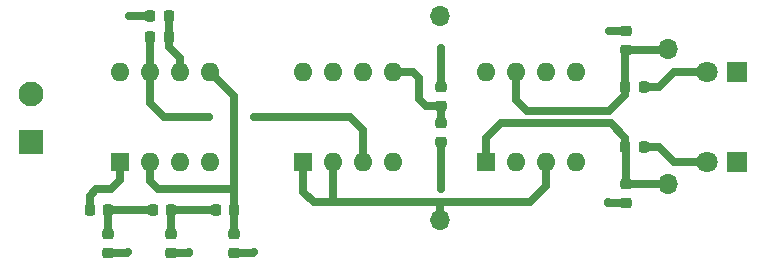
<source format=gbr>
%TF.GenerationSoftware,KiCad,Pcbnew,8.0.1-rc1*%
%TF.CreationDate,2024-07-22T16:01:23-05:00*%
%TF.ProjectId,Waveform_Blinky,57617665-666f-4726-9d5f-426c696e6b79,1.0*%
%TF.SameCoordinates,Original*%
%TF.FileFunction,Copper,L1,Top*%
%TF.FilePolarity,Positive*%
%FSLAX46Y46*%
G04 Gerber Fmt 4.6, Leading zero omitted, Abs format (unit mm)*
G04 Created by KiCad (PCBNEW 8.0.1-rc1) date 2024-07-22 16:01:23*
%MOMM*%
%LPD*%
G01*
G04 APERTURE LIST*
G04 Aperture macros list*
%AMRoundRect*
0 Rectangle with rounded corners*
0 $1 Rounding radius*
0 $2 $3 $4 $5 $6 $7 $8 $9 X,Y pos of 4 corners*
0 Add a 4 corners polygon primitive as box body*
4,1,4,$2,$3,$4,$5,$6,$7,$8,$9,$2,$3,0*
0 Add four circle primitives for the rounded corners*
1,1,$1+$1,$2,$3*
1,1,$1+$1,$4,$5*
1,1,$1+$1,$6,$7*
1,1,$1+$1,$8,$9*
0 Add four rect primitives between the rounded corners*
20,1,$1+$1,$2,$3,$4,$5,0*
20,1,$1+$1,$4,$5,$6,$7,0*
20,1,$1+$1,$6,$7,$8,$9,0*
20,1,$1+$1,$8,$9,$2,$3,0*%
G04 Aperture macros list end*
%TA.AperFunction,SMDPad,CuDef*%
%ADD10RoundRect,0.218750X0.256250X-0.218750X0.256250X0.218750X-0.256250X0.218750X-0.256250X-0.218750X0*%
%TD*%
%TA.AperFunction,SMDPad,CuDef*%
%ADD11RoundRect,0.218750X-0.218750X-0.256250X0.218750X-0.256250X0.218750X0.256250X-0.218750X0.256250X0*%
%TD*%
%TA.AperFunction,ComponentPad*%
%ADD12RoundRect,0.249900X-0.800100X0.800100X-0.800100X-0.800100X0.800100X-0.800100X0.800100X0.800100X0*%
%TD*%
%TA.AperFunction,ComponentPad*%
%ADD13C,2.100000*%
%TD*%
%TA.AperFunction,ComponentPad*%
%ADD14O,1.700000X1.700000*%
%TD*%
%TA.AperFunction,SMDPad,CuDef*%
%ADD15RoundRect,0.218750X-0.256250X0.218750X-0.256250X-0.218750X0.256250X-0.218750X0.256250X0.218750X0*%
%TD*%
%TA.AperFunction,ComponentPad*%
%ADD16R,1.600000X1.600000*%
%TD*%
%TA.AperFunction,ComponentPad*%
%ADD17O,1.600000X1.600000*%
%TD*%
%TA.AperFunction,SMDPad,CuDef*%
%ADD18RoundRect,0.218750X0.218750X0.256250X-0.218750X0.256250X-0.218750X-0.256250X0.218750X-0.256250X0*%
%TD*%
%TA.AperFunction,ComponentPad*%
%ADD19R,1.800000X1.800000*%
%TD*%
%TA.AperFunction,ComponentPad*%
%ADD20C,1.800000*%
%TD*%
%TA.AperFunction,ViaPad*%
%ADD21C,0.508000*%
%TD*%
%TA.AperFunction,Conductor*%
%ADD22C,0.635000*%
%TD*%
G04 APERTURE END LIST*
D10*
%TO.P,R7,1*%
%TO.N,-4.5V*%
X143510000Y-101168250D03*
%TO.P,R7,2*%
%TO.N,Net-(U2B-+)*%
X143510000Y-99593250D03*
%TD*%
D11*
%TO.P,R8,1*%
%TO.N,Net-(R10-Pad1)*%
X159105500Y-101600000D03*
%TO.P,R8,2*%
%TO.N,Net-(D2-A)*%
X160680500Y-101600000D03*
%TD*%
D12*
%TO.P,J1,1,Pin_1*%
%TO.N,-4.5V*%
X108748000Y-101183000D03*
D13*
%TO.P,J1,2,Pin_2*%
%TO.N,+4.5V*%
X108748000Y-97147000D03*
%TD*%
D14*
%TO.P,TP3,1,1*%
%TO.N,Net-(U2A--)*%
X143383000Y-107823000D03*
%TD*%
D11*
%TO.P,R1,1*%
%TO.N,Net-(R1-Pad1)*%
X113741000Y-106934000D03*
%TO.P,R1,2*%
%TO.N,Net-(C1-Pad1)*%
X115316000Y-106934000D03*
%TD*%
D15*
%TO.P,C2,1*%
%TO.N,Net-(C2-Pad1)*%
X120650000Y-108966000D03*
%TO.P,C2,2*%
%TO.N,GND*%
X120650000Y-110541000D03*
%TD*%
D11*
%TO.P,R9,1*%
%TO.N,Net-(R11-Pad1)*%
X159105500Y-96520000D03*
%TO.P,R9,2*%
%TO.N,Net-(D1-A)*%
X160680500Y-96520000D03*
%TD*%
D15*
%TO.P,C3,1*%
%TO.N,Net-(U1A--)*%
X125984000Y-108966000D03*
%TO.P,C3,2*%
%TO.N,GND*%
X125984000Y-110541000D03*
%TD*%
%TO.P,C1,1*%
%TO.N,Net-(C1-Pad1)*%
X115316000Y-108966000D03*
%TO.P,C1,2*%
%TO.N,GND*%
X115316000Y-110541000D03*
%TD*%
D10*
%TO.P,R11,1*%
%TO.N,Net-(R11-Pad1)*%
X159131000Y-93370500D03*
%TO.P,R11,2*%
%TO.N,GND*%
X159131000Y-91795500D03*
%TD*%
D11*
%TO.P,R4,1*%
%TO.N,GND*%
X118872000Y-90551000D03*
%TO.P,R4,2*%
%TO.N,Net-(U1B--)*%
X120447000Y-90551000D03*
%TD*%
D15*
%TO.P,R10,1*%
%TO.N,Net-(R10-Pad1)*%
X159131000Y-104749500D03*
%TO.P,R10,2*%
%TO.N,GND*%
X159131000Y-106324500D03*
%TD*%
D16*
%TO.P,U1,1*%
%TO.N,Net-(R1-Pad1)*%
X116332000Y-102870000D03*
D17*
%TO.P,U1,2,-*%
%TO.N,Net-(U1A--)*%
X118872000Y-102870000D03*
%TO.P,U1,3,+*%
%TO.N,GND*%
X121412000Y-102870000D03*
%TO.P,U1,4,V-*%
%TO.N,-4.5V*%
X123952000Y-102870000D03*
%TO.P,U1,5,+*%
%TO.N,Net-(U1A--)*%
X123952000Y-95250000D03*
%TO.P,U1,6,-*%
%TO.N,Net-(U1B--)*%
X121412000Y-95250000D03*
%TO.P,U1,7*%
%TO.N,Net-(U2A-+)*%
X118872000Y-95250000D03*
%TO.P,U1,8,V+*%
%TO.N,+4.5V*%
X116332000Y-95250000D03*
%TD*%
D16*
%TO.P,U2,1*%
%TO.N,Net-(U2A--)*%
X131826000Y-102870000D03*
D17*
%TO.P,U2,2,-*%
X134366000Y-102870000D03*
%TO.P,U2,3,+*%
%TO.N,Net-(U2A-+)*%
X136906000Y-102870000D03*
%TO.P,U2,4,V-*%
%TO.N,-4.5V*%
X139446000Y-102870000D03*
%TO.P,U2,5,+*%
%TO.N,Net-(U2B-+)*%
X139446000Y-95250000D03*
%TO.P,U2,6,-*%
%TO.N,GND*%
X136906000Y-95250000D03*
%TO.P,U2,7*%
X134366000Y-95250000D03*
%TO.P,U2,8,V+*%
%TO.N,+4.5V*%
X131826000Y-95250000D03*
%TD*%
D18*
%TO.P,R5,1*%
%TO.N,Net-(U1B--)*%
X120447000Y-92329000D03*
%TO.P,R5,2*%
%TO.N,Net-(U2A-+)*%
X118872000Y-92329000D03*
%TD*%
D10*
%TO.P,R6,1*%
%TO.N,Net-(U2B-+)*%
X143510000Y-98120250D03*
%TO.P,R6,2*%
%TO.N,+4.5V*%
X143510000Y-96545250D03*
%TD*%
D14*
%TO.P,TP4,1,1*%
%TO.N,Net-(R11-Pad1)*%
X162687000Y-93345000D03*
%TD*%
D19*
%TO.P,D2,1,K*%
%TO.N,GND*%
X168534000Y-102870000D03*
D20*
%TO.P,D2,2,A*%
%TO.N,Net-(D2-A)*%
X165994000Y-102870000D03*
%TD*%
D14*
%TO.P,TP2,1,1*%
%TO.N,GND*%
X143383000Y-90551000D03*
%TD*%
D16*
%TO.P,U3,1*%
%TO.N,Net-(R10-Pad1)*%
X147320000Y-102870000D03*
D17*
%TO.P,U3,2,-*%
%TO.N,GND*%
X149860000Y-102870000D03*
%TO.P,U3,3,+*%
%TO.N,Net-(U2A--)*%
X152400000Y-102870000D03*
%TO.P,U3,4,V-*%
%TO.N,-4.5V*%
X154940000Y-102870000D03*
%TO.P,U3,5,+*%
%TO.N,GND*%
X154940000Y-95250000D03*
%TO.P,U3,6,-*%
%TO.N,Net-(U2A--)*%
X152400000Y-95250000D03*
%TO.P,U3,7*%
%TO.N,Net-(R11-Pad1)*%
X149860000Y-95250000D03*
%TO.P,U3,8,V+*%
%TO.N,+4.5V*%
X147320000Y-95250000D03*
%TD*%
D14*
%TO.P,TP5,1,1*%
%TO.N,Net-(R10-Pad1)*%
X162687000Y-104775000D03*
%TD*%
D19*
%TO.P,D1,1,K*%
%TO.N,GND*%
X168534000Y-95250000D03*
D20*
%TO.P,D1,2,A*%
%TO.N,Net-(D1-A)*%
X165994000Y-95250000D03*
%TD*%
D11*
%TO.P,R3,1*%
%TO.N,Net-(C2-Pad1)*%
X124409000Y-106934000D03*
%TO.P,R3,2*%
%TO.N,Net-(U1A--)*%
X125984000Y-106934000D03*
%TD*%
%TO.P,R2,1*%
%TO.N,Net-(C1-Pad1)*%
X119075000Y-106934000D03*
%TO.P,R2,2*%
%TO.N,Net-(C2-Pad1)*%
X120650000Y-106934000D03*
%TD*%
D21*
%TO.N,GND*%
X157734000Y-91821000D03*
X127635000Y-110490000D03*
X157607000Y-106299000D03*
X122174000Y-110490000D03*
X117094000Y-90551000D03*
X116967000Y-110490000D03*
%TO.N,+4.5V*%
X143510000Y-93218000D03*
%TO.N,-4.5V*%
X143510000Y-105156000D03*
%TO.N,Net-(U2A-+)*%
X127635000Y-99060000D03*
X123825000Y-99060000D03*
%TD*%
D22*
%TO.N,Net-(C1-Pad1)*%
X115316000Y-106934000D02*
X115316000Y-108966000D01*
X119075000Y-106934000D02*
X115316000Y-106934000D01*
%TO.N,GND*%
X120650000Y-110541000D02*
X122123000Y-110541000D01*
X157759500Y-91795500D02*
X157734000Y-91821000D01*
X125984000Y-110541000D02*
X127584000Y-110541000D01*
X127584000Y-110541000D02*
X127635000Y-110490000D01*
X116916000Y-110541000D02*
X116967000Y-110490000D01*
X122123000Y-110541000D02*
X122174000Y-110490000D01*
X118872000Y-90551000D02*
X117094000Y-90551000D01*
X159131000Y-106324500D02*
X157632500Y-106324500D01*
X115316000Y-110541000D02*
X116916000Y-110541000D01*
X159131000Y-91795500D02*
X157759500Y-91795500D01*
X157632500Y-106324500D02*
X157607000Y-106299000D01*
%TO.N,Net-(C2-Pad1)*%
X120650000Y-106934000D02*
X124409000Y-106934000D01*
X120650000Y-106934000D02*
X120650000Y-108966000D01*
%TO.N,Net-(U1A--)*%
X119507000Y-105156000D02*
X125984000Y-105156000D01*
X123952000Y-95250000D02*
X125984000Y-97282000D01*
X125984000Y-97282000D02*
X125984000Y-105791000D01*
X118872000Y-104521000D02*
X119507000Y-105156000D01*
X125984000Y-105791000D02*
X125984000Y-106934000D01*
X118872000Y-102870000D02*
X118872000Y-104521000D01*
X125984000Y-108966000D02*
X125984000Y-106934000D01*
%TO.N,Net-(D1-A)*%
X163195000Y-95250000D02*
X165994000Y-95250000D01*
X161925000Y-96520000D02*
X163195000Y-95250000D01*
X160680500Y-96520000D02*
X161925000Y-96520000D01*
%TO.N,Net-(D2-A)*%
X161925000Y-101600000D02*
X163195000Y-102870000D01*
X163195000Y-102870000D02*
X165994000Y-102870000D01*
X160680500Y-101600000D02*
X161925000Y-101600000D01*
%TO.N,+4.5V*%
X143510000Y-96545250D02*
X143510000Y-93218000D01*
%TO.N,-4.5V*%
X143510000Y-101168250D02*
X143510000Y-105156000D01*
%TO.N,Net-(R1-Pad1)*%
X114300000Y-105156000D02*
X113741000Y-105715000D01*
X113741000Y-105715000D02*
X113741000Y-106934000D01*
X116332000Y-104394000D02*
X115570000Y-105156000D01*
X115570000Y-105156000D02*
X114300000Y-105156000D01*
X116332000Y-102870000D02*
X116332000Y-104394000D01*
%TO.N,Net-(U1B--)*%
X121412000Y-94107000D02*
X121412000Y-95250000D01*
X120447000Y-93142000D02*
X121412000Y-94107000D01*
X120447000Y-92329000D02*
X120447000Y-93142000D01*
X120447000Y-90551000D02*
X120447000Y-92329000D01*
%TO.N,Net-(U2A-+)*%
X136906000Y-102870000D02*
X136906000Y-100203000D01*
X136906000Y-100203000D02*
X135763000Y-99060000D01*
X135763000Y-99060000D02*
X127635000Y-99060000D01*
X118872000Y-95250000D02*
X118872000Y-97917000D01*
X120015000Y-99060000D02*
X123825000Y-99060000D01*
X118872000Y-92329000D02*
X118872000Y-95250000D01*
X118872000Y-97917000D02*
X120015000Y-99060000D01*
%TO.N,Net-(U2B-+)*%
X143510000Y-98983750D02*
X143510000Y-99593250D01*
X141605000Y-95758000D02*
X141097000Y-95250000D01*
X143510000Y-98120250D02*
X143510000Y-98983750D01*
X142189250Y-98120250D02*
X141605000Y-97536000D01*
X141097000Y-95250000D02*
X139446000Y-95250000D01*
X141605000Y-97536000D02*
X141605000Y-95758000D01*
X143510000Y-98120250D02*
X142189250Y-98120250D01*
%TO.N,Net-(R10-Pad1)*%
X147320000Y-102870000D02*
X147320000Y-100838000D01*
X159131000Y-104749500D02*
X162661500Y-104749500D01*
X159131000Y-101625500D02*
X159105500Y-101600000D01*
X157861000Y-99568000D02*
X159105500Y-100812500D01*
X148590000Y-99568000D02*
X157861000Y-99568000D01*
X162661500Y-104749500D02*
X162687000Y-104775000D01*
X159105500Y-100812500D02*
X159105500Y-101600000D01*
X147320000Y-100838000D02*
X148590000Y-99568000D01*
X159131000Y-104749500D02*
X159131000Y-101625500D01*
%TO.N,Net-(R11-Pad1)*%
X149860000Y-97663000D02*
X150749000Y-98552000D01*
X159105500Y-97180500D02*
X159105500Y-96520000D01*
X149860000Y-95250000D02*
X149860000Y-97663000D01*
X159105500Y-93396000D02*
X159131000Y-93370500D01*
X157734000Y-98552000D02*
X159105500Y-97180500D01*
X159131000Y-93370500D02*
X162661500Y-93370500D01*
X159105500Y-96520000D02*
X159105500Y-93396000D01*
X150749000Y-98552000D02*
X157734000Y-98552000D01*
%TO.N,Net-(U2A--)*%
X143383000Y-106299000D02*
X151003000Y-106299000D01*
X131826000Y-102870000D02*
X131826000Y-105410000D01*
X152400000Y-104902000D02*
X152400000Y-102870000D01*
X134366000Y-102870000D02*
X134366000Y-106299000D01*
X143383000Y-107823000D02*
X143383000Y-106299000D01*
X151003000Y-106299000D02*
X152400000Y-104902000D01*
X132715000Y-106299000D02*
X134366000Y-106299000D01*
X134366000Y-106299000D02*
X143383000Y-106299000D01*
X131826000Y-105410000D02*
X132715000Y-106299000D01*
%TD*%
M02*

</source>
